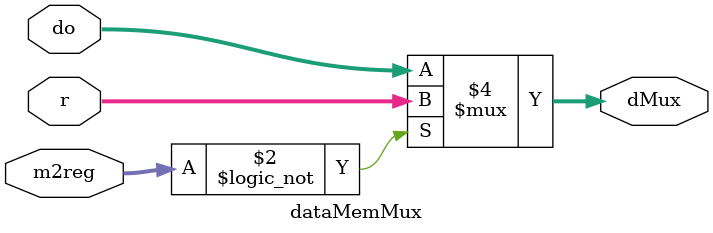
<source format=v>
`timescale 1ns / 1ps


module dataMemMux( 
        input [31:0] r,
        input [31:0] do,
        input [1:0] m2reg,
        output reg [31:0] dMux
    );
    
    always @(*) begin 
        if (m2reg == 1'b0) begin
            dMux <= r;
        end 
        else begin
            dMux <= do;
        end
    end
endmodule

</source>
